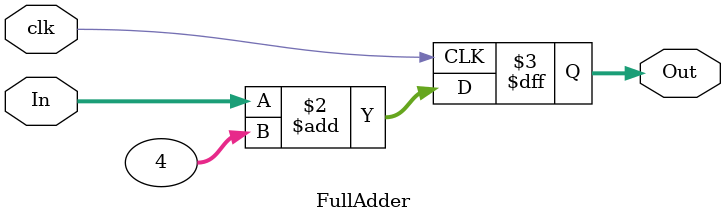
<source format=v>
`timescale 1ns / 1ps
module FullAdder(
    input [31:0] In,
	 input clk,
    output [31:0] Out
    );
	
	reg[31:0] Out;
	
	always @(posedge clk)// or negedge rst)
		Out=In+32'b00000000_00000000_00000000_00000100;
endmodule

</source>
